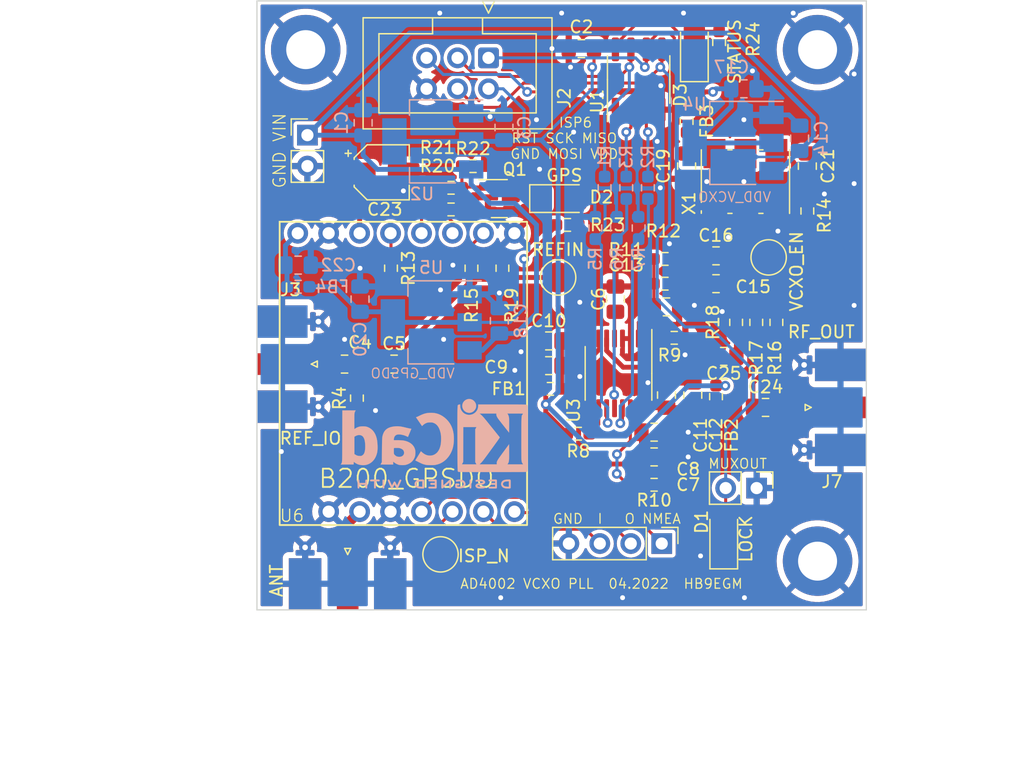
<source format=kicad_pcb>
(kicad_pcb (version 20211014) (generator pcbnew)

  (general
    (thickness 1.6)
  )

  (paper "A4")
  (layers
    (0 "F.Cu" signal)
    (31 "B.Cu" signal)
    (32 "B.Adhes" user "B.Adhesive")
    (33 "F.Adhes" user "F.Adhesive")
    (34 "B.Paste" user)
    (35 "F.Paste" user)
    (36 "B.SilkS" user "B.Silkscreen")
    (37 "F.SilkS" user "F.Silkscreen")
    (38 "B.Mask" user)
    (39 "F.Mask" user)
    (40 "Dwgs.User" user "User.Drawings")
    (41 "Cmts.User" user "User.Comments")
    (42 "Eco1.User" user "User.Eco1")
    (43 "Eco2.User" user "User.Eco2")
    (44 "Edge.Cuts" user)
    (45 "Margin" user)
    (46 "B.CrtYd" user "B.Courtyard")
    (47 "F.CrtYd" user "F.Courtyard")
    (48 "B.Fab" user)
    (49 "F.Fab" user)
    (50 "User.1" user)
    (51 "User.2" user)
    (52 "User.3" user)
    (53 "User.4" user)
    (54 "User.5" user)
    (55 "User.6" user)
    (56 "User.7" user)
    (57 "User.8" user)
    (58 "User.9" user)
  )

  (setup
    (stackup
      (layer "F.SilkS" (type "Top Silk Screen"))
      (layer "F.Paste" (type "Top Solder Paste"))
      (layer "F.Mask" (type "Top Solder Mask") (thickness 0.01))
      (layer "F.Cu" (type "copper") (thickness 0.035))
      (layer "dielectric 1" (type "core") (thickness 1.51) (material "FR4") (epsilon_r 4.5) (loss_tangent 0.02))
      (layer "B.Cu" (type "copper") (thickness 0.035))
      (layer "B.Mask" (type "Bottom Solder Mask") (thickness 0.01))
      (layer "B.Paste" (type "Bottom Solder Paste"))
      (layer "B.SilkS" (type "Bottom Silk Screen"))
      (copper_finish "ENIG")
      (dielectric_constraints no)
    )
    (pad_to_mask_clearance 0)
    (pcbplotparams
      (layerselection 0x00011fc_ffffffff)
      (disableapertmacros false)
      (usegerberextensions false)
      (usegerberattributes true)
      (usegerberadvancedattributes true)
      (creategerberjobfile true)
      (svguseinch false)
      (svgprecision 6)
      (excludeedgelayer true)
      (plotframeref false)
      (viasonmask false)
      (mode 1)
      (useauxorigin false)
      (hpglpennumber 1)
      (hpglpenspeed 20)
      (hpglpendiameter 15.000000)
      (dxfpolygonmode true)
      (dxfimperialunits true)
      (dxfusepcbnewfont true)
      (psnegative false)
      (psa4output false)
      (plotreference true)
      (plotvalue true)
      (plotinvisibletext false)
      (sketchpadsonfab false)
      (subtractmaskfromsilk false)
      (outputformat 5)
      (mirror false)
      (drillshape 0)
      (scaleselection 1)
      (outputdirectory "out")
    )
  )

  (net 0 "")
  (net 1 "V_IN")
  (net 2 "GND")
  (net 3 "/VDD")
  (net 4 "Net-(C4-Pad1)")
  (net 5 "Net-(C4-Pad2)")
  (net 6 "REFIN")
  (net 7 "Net-(C6-Pad2)")
  (net 8 "Net-(C10-Pad2)")
  (net 9 "Net-(C11-Pad1)")
  (net 10 "Net-(C13-Pad1)")
  (net 11 "Net-(C15-Pad1)")
  (net 12 "Net-(C16-Pad1)")
  (net 13 "/VDD_VCXO")
  (net 14 "Net-(C19-Pad1)")
  (net 15 "/VDD_GPSDO")
  (net 16 "Net-(C21-Pad1)")
  (net 17 "Net-(C21-Pad2)")
  (net 18 "Net-(C22-Pad1)")
  (net 19 "Net-(C23-Pad1)")
  (net 20 "Net-(C24-Pad1)")
  (net 21 "Net-(C24-Pad2)")
  (net 22 "Net-(C25-Pad1)")
  (net 23 "RFINA")
  (net 24 "Net-(R2-Pad1)")
  (net 25 "Net-(D2-Pad1)")
  (net 26 "Net-(D2-Pad2)")
  (net 27 "Net-(J5-Pad1)")
  (net 28 "Net-(Q1-Pad1)")
  (net 29 "Net-(R1-Pad2)")
  (net 30 "Net-(R2-Pad2)")
  (net 31 "Net-(R3-Pad2)")
  (net 32 "Net-(R8-Pad1)")
  (net 33 "Net-(R9-Pad2)")
  (net 34 "Net-(R10-Pad1)")
  (net 35 "Net-(R13-Pad1)")
  (net 36 "Net-(R14-Pad1)")
  (net 37 "Net-(R15-Pad2)")
  (net 38 "Net-(R20-Pad2)")
  (net 39 "Net-(R21-Pad2)")
  (net 40 "Net-(TP2-Pad1)")
  (net 41 "Net-(TP3-Pad1)")
  (net 42 "Net-(R3-Pad1)")
  (net 43 "Net-(D3-Pad2)")
  (net 44 "unconnected-(X1-Pad5)")
  (net 45 "/SER_I")
  (net 46 "/SER_O")
  (net 47 "/NMEA")
  (net 48 "/MISO")
  (net 49 "/SCK")
  (net 50 "/MOSI")
  (net 51 "/nRST")

  (footprint "MountingHole:MountingHole_3.2mm_M3_ISO7380_Pad" (layer "F.Cu") (at 146 116))

  (footprint "Resistor_SMD:R_0603_1608Metric_Pad0.98x0.95mm_HandSolder" (layer "F.Cu") (at 133.477 93.218 180))

  (footprint "LED_SMD:LED_1206_3216Metric_Pad1.42x1.75mm_HandSolder" (layer "F.Cu") (at 135.89 74.168 90))

  (footprint "Capacitor_SMD:C_0805_2012Metric_Pad1.18x1.45mm_HandSolder" (layer "F.Cu") (at 123.952 99.949 180))

  (footprint "Capacitor_SMD:C_0805_2012Metric_Pad1.18x1.45mm_HandSolder" (layer "F.Cu") (at 107.188 99.822))

  (footprint "MountingHole:MountingHole_3.2mm_M3_ISO7380_Pad" (layer "F.Cu") (at 146 74))

  (footprint "Resistor_SMD:R_0603_1608Metric_Pad0.98x0.95mm_HandSolder" (layer "F.Cu") (at 110.998 91.948 -90))

  (footprint "Resistor_SMD:R_0603_1608Metric_Pad0.98x0.95mm_HandSolder" (layer "F.Cu") (at 140.97 96.393 -90))

  (footprint "Resistor_SMD:R_0603_1608Metric_Pad0.98x0.95mm_HandSolder" (layer "F.Cu") (at 145.161 87.249 90))

  (footprint "Capacitor_SMD:C_0805_2012Metric_Pad1.18x1.45mm_HandSolder" (layer "F.Cu") (at 129.413 94.488 -90))

  (footprint "Capacitor_SMD:C_0805_2012Metric_Pad1.18x1.45mm_HandSolder" (layer "F.Cu") (at 138.303 99.187 180))

  (footprint "Resistor_SMD:R_0603_1608Metric_Pad0.98x0.95mm_HandSolder" (layer "F.Cu") (at 125.476 88.392))

  (footprint "Capacitor_SMD:C_0805_2012Metric_Pad1.18x1.45mm_HandSolder" (layer "F.Cu") (at 137.668 93.218))

  (footprint "TestPoint:TestPoint_Pad_D2.5mm" (layer "F.Cu") (at 124.714 92.71))

  (footprint "Resistor_SMD:R_0603_1608Metric_Pad0.98x0.95mm_HandSolder" (layer "F.Cu") (at 115.9275 85.344 180))

  (footprint "Connector_PinHeader_2.54mm:PinHeader_1x04_P2.54mm_Vertical" (layer "F.Cu") (at 133.213 114.554 -90))

  (footprint "Capacitor_SMD:C_0805_2012Metric_Pad1.18x1.45mm_HandSolder" (layer "F.Cu") (at 111.252 99.822))

  (footprint "Capacitor_SMD:C_0805_2012Metric_Pad1.18x1.45mm_HandSolder" (layer "F.Cu") (at 137.668 90.932))

  (footprint "Resistor_SMD:R_0603_1608Metric_Pad0.98x0.95mm_HandSolder" (layer "F.Cu") (at 142.621 96.393 90))

  (footprint "Resistor_SMD:R_0603_1608Metric_Pad0.98x0.95mm_HandSolder" (layer "F.Cu") (at 137.922 73.406 90))

  (footprint "Capacitor_SMD:C_0805_2012Metric_Pad1.18x1.45mm_HandSolder" (layer "F.Cu") (at 133.604 102.362 90))

  (footprint "Resistor_SMD:R_0603_1608Metric_Pad0.98x0.95mm_HandSolder" (layer "F.Cu") (at 108.204 102.616 90))

  (footprint "Capacitor_SMD:C_0805_2012Metric_Pad1.18x1.45mm_HandSolder" (layer "F.Cu") (at 141.732 103.378))

  (footprint "Capacitor_SMD:C_0805_2012Metric_Pad1.18x1.45mm_HandSolder" (layer "F.Cu") (at 126.619 73.914 180))

  (footprint "Resistor_SMD:R_0603_1608Metric_Pad0.98x0.95mm_HandSolder" (layer "F.Cu") (at 126.365 105.537 180))

  (footprint "LED_SMD:LED_1206_3216Metric_Pad1.42x1.75mm_HandSolder" (layer "F.Cu") (at 124.841 86.233))

  (footprint "Capacitor_SMD:C_0805_2012Metric_Pad1.18x1.45mm_HandSolder" (layer "F.Cu") (at 133.604 95.123))

  (footprint "Resistor_SMD:R_0603_1608Metric_Pad0.98x0.95mm_HandSolder" (layer "F.Cu") (at 132.588 109.728))

  (footprint "Capacitor_SMD:C_0805_2012Metric_Pad1.18x1.45mm_HandSolder" (layer "F.Cu") (at 123.952 97.917))

  (footprint "TestPoint:TestPoint_Pad_D2.5mm" (layer "F.Cu") (at 141.986 91.059 90))

  (footprint "Capacitor_SMD:C_0805_2012Metric_Pad1.18x1.45mm_HandSolder" (layer "F.Cu") (at 132.588 107.442))

  (footprint "Resistor_SMD:R_0603_1608Metric_Pad0.98x0.95mm_HandSolder" (layer "F.Cu") (at 117.729 83.566))

  (footprint "MountingHole:MountingHole_3.2mm_M3_ISO7380_Pad" (layer "F.Cu") (at 104 74))

  (footprint "Package_SO:TSSOP-16_4.4x5mm_P0.65mm" (layer "F.Cu") (at 129.667 100.584 -90))

  (footprint "Resistor_SMD:R_0603_1608Metric_Pad0.98x0.95mm_HandSolder" (layer "F.Cu") (at 135.255 79.883 90))

  (footprint "Resistor_SMD:R_0603_1608Metric_Pad0.98x0.95mm_HandSolder" (layer "F.Cu") (at 133.477 91.186 180))

  (footprint "Connector_Coaxial:SMA_Molex_73251-2120_EdgeMount_Horizontal" (layer "F.Cu") (at 102.055 99.822 180))

  (footprint "Connector_PinHeader_2.54mm:PinHeader_1x02_P2.54mm_Vertical" (layer "F.Cu") (at 141 110 -90))

  (footprint "Resistor_SMD:R_0603_1608Metric_Pad0.98x0.95mm_HandSolder" (layer "F.Cu") (at 124.079 101.854 180))

  (footprint "Resistor_SMD:R_0603_1608Metric_Pad0.98x0.95mm_HandSolder" (layer "F.Cu") (at 120.142 91.948 -90))

  (footprint "Resistor_SMD:R_0603_1608Metric_Pad0.98x0.95mm_HandSolder" (layer "F.Cu") (at 137.668 102.489 90))

  (footprint "LED_SMD:LED_1206_3216Metric_Pad1.42x1.75mm_HandSolder" (layer "F.Cu") (at 138.303 114.173 90))

  (footprint "Package_SO:SOIC-8_3.9x4.9mm_P1.27mm" (layer "F.Cu") (at 131.318 76.454 90))

  (footprint "Connector_Coaxial:SMA_Molex_73251-2120_EdgeMount_Horizontal" (layer "F.Cu") (at 147.881 103.378))

  (footprint "Connector_Coaxial:SMA_Molex_73251-2120_EdgeMount_Horizontal" (layer "F.Cu") (at 107.442 117.856 -90))

  (footprint "Connector_PinHeader_2.54mm:PinHeader_1x02_P2.54mm_Vertical" (layer "F.Cu") (at 104.14 81.021))

  (footprint "Resistor_SMD:R_0603_1608Metric_Pad0.98x0.95mm_HandSolder" (layer "F.Cu") (at 117.602 91.948 90))

  (footprint "Capacitor_SMD:C_0805_2012Metric_Pad1.18x1.45mm_HandSolder" (layer "F.Cu") (at 135.255 83.566 -90))

  (footprint "Package_TO_SOT_SMD:SOT-23" (layer "F.Cu") (at 119.888 86.233))

  (footprint "ADF4002_27MHz_PLL:Oscillator_SMD_ECS_VXO_73" (layer "F.Cu") (at 140.081 84.836 90))

  (footprint "ADF4002_27MHz_PLL:GPSDO_B200" (layer "F.Cu") (at 110.964 99.234))

  (footprint "Connector_IDC:IDC-Header_2x03_P2.54mm_Vertical" (layer "F.Cu") (at 118.999 74.676 -90))

  (footprint "Capacitor_SMD:C_0805_2012Metric_Pad1.18x1.45mm_HandSolder" (layer "F.Cu") (at 132.588 105.41 180))

  (footprint "Capacitor_SMD:CP_Elec_4x5.3" (layer "F.Cu") (at 110.236 84.074))

  (footprint "TestPoint:TestPoint_Pad_D2.5mm" (layer "F.Cu") (at 115.062 115.443))

  (footprint "Resistor_SMD:R_0603_1608Metric_Pad0.98x0.95mm_HandSolder" (layer "F.Cu") (at 115.9275 87.122 180))

  (footprint "Capacitor_SMD:C_0805_2012Metric_Pad1.18x1.45mm_HandSolder" (layer "F.Cu") (at 135.763 102.362 90))

  (footprint "Resistor_SMD:R_0603_1608Metric_Pad0.98x0.95mm_HandSolder" (layer "F.Cu")
    (tedit 5F68FEEE) (tstamp ecb17380-d9eb-448e-9137-3fb77eb738a1)
    (at 139.319 96.393 90)
    (descr "Resistor SMD 0603 (1608 Metric), square (rectangular) end terminal, IPC_7351 nominal with elongated pad for handsoldering. (Body size source: IPC-SM-782 page 72, https://www.pcb-3d.com/wordpress/wp-content/uploads/ipc-sm-782a_amendment_1_and_2.pdf), generated with kicad-footprint-generator")
    (tags "resistor handsolder")
    (property "Sheetfile" "ADF4002_27MHz_PLL.kicad_sch")
    (property "Sheetname" "")
    (path "/cc3e1849-9159-4cec-a752-a02c0267ef85")
    (attr smd)
    (fp_text reference "R18" (at 0 -1.905 90) (layer "F.SilkS")
      (effects (font (size 1 1) (thickness 0.15)))
      (tstamp e831212b-ee42-4ecf-a378-242ce62
... [804065 chars truncated]
</source>
